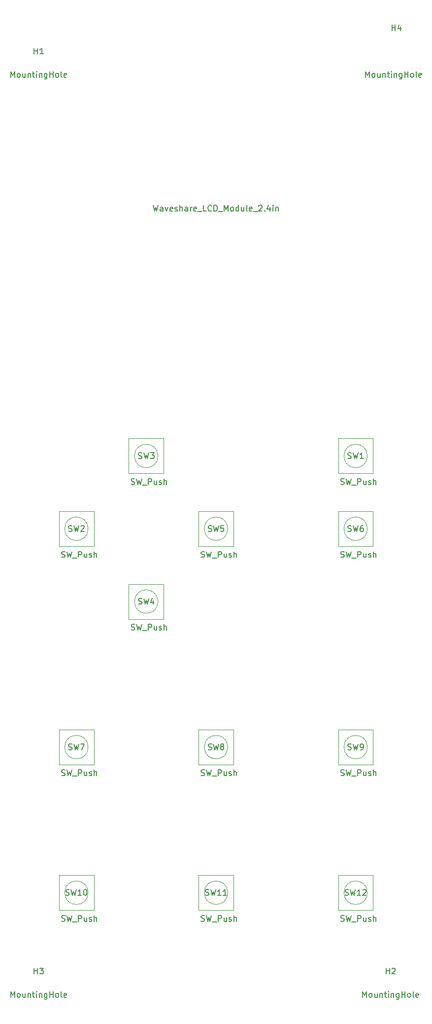
<source format=gbr>
%TF.GenerationSoftware,KiCad,Pcbnew,(6.0.8)*%
%TF.CreationDate,2022-11-02T23:41:58+01:00*%
%TF.ProjectId,crane,6372616e-652e-46b6-9963-61645f706362,rev?*%
%TF.SameCoordinates,Original*%
%TF.FileFunction,AssemblyDrawing,Top*%
%FSLAX46Y46*%
G04 Gerber Fmt 4.6, Leading zero omitted, Abs format (unit mm)*
G04 Created by KiCad (PCBNEW (6.0.8)) date 2022-11-02 23:41:58*
%MOMM*%
%LPD*%
G01*
G04 APERTURE LIST*
%ADD10C,0.150000*%
%ADD11C,0.100000*%
G04 APERTURE END LIST*
D10*
%TO.C,U1*%
X139214285Y-118452380D02*
X139452380Y-119452380D01*
X139642857Y-118738095D01*
X139833333Y-119452380D01*
X140071428Y-118452380D01*
X140880952Y-119452380D02*
X140880952Y-118928571D01*
X140833333Y-118833333D01*
X140738095Y-118785714D01*
X140547619Y-118785714D01*
X140452380Y-118833333D01*
X140880952Y-119404761D02*
X140785714Y-119452380D01*
X140547619Y-119452380D01*
X140452380Y-119404761D01*
X140404761Y-119309523D01*
X140404761Y-119214285D01*
X140452380Y-119119047D01*
X140547619Y-119071428D01*
X140785714Y-119071428D01*
X140880952Y-119023809D01*
X141261904Y-118785714D02*
X141500000Y-119452380D01*
X141738095Y-118785714D01*
X142500000Y-119404761D02*
X142404761Y-119452380D01*
X142214285Y-119452380D01*
X142119047Y-119404761D01*
X142071428Y-119309523D01*
X142071428Y-118928571D01*
X142119047Y-118833333D01*
X142214285Y-118785714D01*
X142404761Y-118785714D01*
X142500000Y-118833333D01*
X142547619Y-118928571D01*
X142547619Y-119023809D01*
X142071428Y-119119047D01*
X142928571Y-119404761D02*
X143023809Y-119452380D01*
X143214285Y-119452380D01*
X143309523Y-119404761D01*
X143357142Y-119309523D01*
X143357142Y-119261904D01*
X143309523Y-119166666D01*
X143214285Y-119119047D01*
X143071428Y-119119047D01*
X142976190Y-119071428D01*
X142928571Y-118976190D01*
X142928571Y-118928571D01*
X142976190Y-118833333D01*
X143071428Y-118785714D01*
X143214285Y-118785714D01*
X143309523Y-118833333D01*
X143785714Y-119452380D02*
X143785714Y-118452380D01*
X144214285Y-119452380D02*
X144214285Y-118928571D01*
X144166666Y-118833333D01*
X144071428Y-118785714D01*
X143928571Y-118785714D01*
X143833333Y-118833333D01*
X143785714Y-118880952D01*
X145119047Y-119452380D02*
X145119047Y-118928571D01*
X145071428Y-118833333D01*
X144976190Y-118785714D01*
X144785714Y-118785714D01*
X144690476Y-118833333D01*
X145119047Y-119404761D02*
X145023809Y-119452380D01*
X144785714Y-119452380D01*
X144690476Y-119404761D01*
X144642857Y-119309523D01*
X144642857Y-119214285D01*
X144690476Y-119119047D01*
X144785714Y-119071428D01*
X145023809Y-119071428D01*
X145119047Y-119023809D01*
X145595238Y-119452380D02*
X145595238Y-118785714D01*
X145595238Y-118976190D02*
X145642857Y-118880952D01*
X145690476Y-118833333D01*
X145785714Y-118785714D01*
X145880952Y-118785714D01*
X146595238Y-119404761D02*
X146500000Y-119452380D01*
X146309523Y-119452380D01*
X146214285Y-119404761D01*
X146166666Y-119309523D01*
X146166666Y-118928571D01*
X146214285Y-118833333D01*
X146309523Y-118785714D01*
X146500000Y-118785714D01*
X146595238Y-118833333D01*
X146642857Y-118928571D01*
X146642857Y-119023809D01*
X146166666Y-119119047D01*
X146833333Y-119547619D02*
X147595238Y-119547619D01*
X148309523Y-119452380D02*
X147833333Y-119452380D01*
X147833333Y-118452380D01*
X149214285Y-119357142D02*
X149166666Y-119404761D01*
X149023809Y-119452380D01*
X148928571Y-119452380D01*
X148785714Y-119404761D01*
X148690476Y-119309523D01*
X148642857Y-119214285D01*
X148595238Y-119023809D01*
X148595238Y-118880952D01*
X148642857Y-118690476D01*
X148690476Y-118595238D01*
X148785714Y-118500000D01*
X148928571Y-118452380D01*
X149023809Y-118452380D01*
X149166666Y-118500000D01*
X149214285Y-118547619D01*
X149642857Y-119452380D02*
X149642857Y-118452380D01*
X149880952Y-118452380D01*
X150023809Y-118500000D01*
X150119047Y-118595238D01*
X150166666Y-118690476D01*
X150214285Y-118880952D01*
X150214285Y-119023809D01*
X150166666Y-119214285D01*
X150119047Y-119309523D01*
X150023809Y-119404761D01*
X149880952Y-119452380D01*
X149642857Y-119452380D01*
X150404761Y-119547619D02*
X151166666Y-119547619D01*
X151404761Y-119452380D02*
X151404761Y-118452380D01*
X151738095Y-119166666D01*
X152071428Y-118452380D01*
X152071428Y-119452380D01*
X152690476Y-119452380D02*
X152595238Y-119404761D01*
X152547619Y-119357142D01*
X152500000Y-119261904D01*
X152500000Y-118976190D01*
X152547619Y-118880952D01*
X152595238Y-118833333D01*
X152690476Y-118785714D01*
X152833333Y-118785714D01*
X152928571Y-118833333D01*
X152976190Y-118880952D01*
X153023809Y-118976190D01*
X153023809Y-119261904D01*
X152976190Y-119357142D01*
X152928571Y-119404761D01*
X152833333Y-119452380D01*
X152690476Y-119452380D01*
X153880952Y-119452380D02*
X153880952Y-118452380D01*
X153880952Y-119404761D02*
X153785714Y-119452380D01*
X153595238Y-119452380D01*
X153500000Y-119404761D01*
X153452380Y-119357142D01*
X153404761Y-119261904D01*
X153404761Y-118976190D01*
X153452380Y-118880952D01*
X153500000Y-118833333D01*
X153595238Y-118785714D01*
X153785714Y-118785714D01*
X153880952Y-118833333D01*
X154785714Y-118785714D02*
X154785714Y-119452380D01*
X154357142Y-118785714D02*
X154357142Y-119309523D01*
X154404761Y-119404761D01*
X154500000Y-119452380D01*
X154642857Y-119452380D01*
X154738095Y-119404761D01*
X154785714Y-119357142D01*
X155404761Y-119452380D02*
X155309523Y-119404761D01*
X155261904Y-119309523D01*
X155261904Y-118452380D01*
X156166666Y-119404761D02*
X156071428Y-119452380D01*
X155880952Y-119452380D01*
X155785714Y-119404761D01*
X155738095Y-119309523D01*
X155738095Y-118928571D01*
X155785714Y-118833333D01*
X155880952Y-118785714D01*
X156071428Y-118785714D01*
X156166666Y-118833333D01*
X156214285Y-118928571D01*
X156214285Y-119023809D01*
X155738095Y-119119047D01*
X156404761Y-119547619D02*
X157166666Y-119547619D01*
X157357142Y-118547619D02*
X157404761Y-118500000D01*
X157500000Y-118452380D01*
X157738095Y-118452380D01*
X157833333Y-118500000D01*
X157880952Y-118547619D01*
X157928571Y-118642857D01*
X157928571Y-118738095D01*
X157880952Y-118880952D01*
X157309523Y-119452380D01*
X157928571Y-119452380D01*
X158357142Y-119357142D02*
X158404761Y-119404761D01*
X158357142Y-119452380D01*
X158309523Y-119404761D01*
X158357142Y-119357142D01*
X158357142Y-119452380D01*
X159261904Y-118785714D02*
X159261904Y-119452380D01*
X159023809Y-118404761D02*
X158785714Y-119119047D01*
X159404761Y-119119047D01*
X159785714Y-119452380D02*
X159785714Y-118785714D01*
X159785714Y-118452380D02*
X159738095Y-118500000D01*
X159785714Y-118547619D01*
X159833333Y-118500000D01*
X159785714Y-118452380D01*
X159785714Y-118547619D01*
X160261904Y-118785714D02*
X160261904Y-119452380D01*
X160261904Y-118880952D02*
X160309523Y-118833333D01*
X160404761Y-118785714D01*
X160547619Y-118785714D01*
X160642857Y-118833333D01*
X160690476Y-118928571D01*
X160690476Y-119452380D01*
%TO.C,SW11*%
X147452380Y-241354761D02*
X147595238Y-241402380D01*
X147833333Y-241402380D01*
X147928571Y-241354761D01*
X147976190Y-241307142D01*
X148023809Y-241211904D01*
X148023809Y-241116666D01*
X147976190Y-241021428D01*
X147928571Y-240973809D01*
X147833333Y-240926190D01*
X147642857Y-240878571D01*
X147547619Y-240830952D01*
X147500000Y-240783333D01*
X147452380Y-240688095D01*
X147452380Y-240592857D01*
X147500000Y-240497619D01*
X147547619Y-240450000D01*
X147642857Y-240402380D01*
X147880952Y-240402380D01*
X148023809Y-240450000D01*
X148357142Y-240402380D02*
X148595238Y-241402380D01*
X148785714Y-240688095D01*
X148976190Y-241402380D01*
X149214285Y-240402380D01*
X149357142Y-241497619D02*
X150119047Y-241497619D01*
X150357142Y-241402380D02*
X150357142Y-240402380D01*
X150738095Y-240402380D01*
X150833333Y-240450000D01*
X150880952Y-240497619D01*
X150928571Y-240592857D01*
X150928571Y-240735714D01*
X150880952Y-240830952D01*
X150833333Y-240878571D01*
X150738095Y-240926190D01*
X150357142Y-240926190D01*
X151785714Y-240735714D02*
X151785714Y-241402380D01*
X151357142Y-240735714D02*
X151357142Y-241259523D01*
X151404761Y-241354761D01*
X151500000Y-241402380D01*
X151642857Y-241402380D01*
X151738095Y-241354761D01*
X151785714Y-241307142D01*
X152214285Y-241354761D02*
X152309523Y-241402380D01*
X152500000Y-241402380D01*
X152595238Y-241354761D01*
X152642857Y-241259523D01*
X152642857Y-241211904D01*
X152595238Y-241116666D01*
X152500000Y-241069047D01*
X152357142Y-241069047D01*
X152261904Y-241021428D01*
X152214285Y-240926190D01*
X152214285Y-240878571D01*
X152261904Y-240783333D01*
X152357142Y-240735714D01*
X152500000Y-240735714D01*
X152595238Y-240783333D01*
X153071428Y-241402380D02*
X153071428Y-240402380D01*
X153500000Y-241402380D02*
X153500000Y-240878571D01*
X153452380Y-240783333D01*
X153357142Y-240735714D01*
X153214285Y-240735714D01*
X153119047Y-240783333D01*
X153071428Y-240830952D01*
X148190476Y-236904761D02*
X148333333Y-236952380D01*
X148571428Y-236952380D01*
X148666666Y-236904761D01*
X148714285Y-236857142D01*
X148761904Y-236761904D01*
X148761904Y-236666666D01*
X148714285Y-236571428D01*
X148666666Y-236523809D01*
X148571428Y-236476190D01*
X148380952Y-236428571D01*
X148285714Y-236380952D01*
X148238095Y-236333333D01*
X148190476Y-236238095D01*
X148190476Y-236142857D01*
X148238095Y-236047619D01*
X148285714Y-236000000D01*
X148380952Y-235952380D01*
X148619047Y-235952380D01*
X148761904Y-236000000D01*
X149095238Y-235952380D02*
X149333333Y-236952380D01*
X149523809Y-236238095D01*
X149714285Y-236952380D01*
X149952380Y-235952380D01*
X150857142Y-236952380D02*
X150285714Y-236952380D01*
X150571428Y-236952380D02*
X150571428Y-235952380D01*
X150476190Y-236095238D01*
X150380952Y-236190476D01*
X150285714Y-236238095D01*
X151809523Y-236952380D02*
X151238095Y-236952380D01*
X151523809Y-236952380D02*
X151523809Y-235952380D01*
X151428571Y-236095238D01*
X151333333Y-236190476D01*
X151238095Y-236238095D01*
%TO.C,SW5*%
X147452380Y-178854761D02*
X147595238Y-178902380D01*
X147833333Y-178902380D01*
X147928571Y-178854761D01*
X147976190Y-178807142D01*
X148023809Y-178711904D01*
X148023809Y-178616666D01*
X147976190Y-178521428D01*
X147928571Y-178473809D01*
X147833333Y-178426190D01*
X147642857Y-178378571D01*
X147547619Y-178330952D01*
X147500000Y-178283333D01*
X147452380Y-178188095D01*
X147452380Y-178092857D01*
X147500000Y-177997619D01*
X147547619Y-177950000D01*
X147642857Y-177902380D01*
X147880952Y-177902380D01*
X148023809Y-177950000D01*
X148357142Y-177902380D02*
X148595238Y-178902380D01*
X148785714Y-178188095D01*
X148976190Y-178902380D01*
X149214285Y-177902380D01*
X149357142Y-178997619D02*
X150119047Y-178997619D01*
X150357142Y-178902380D02*
X150357142Y-177902380D01*
X150738095Y-177902380D01*
X150833333Y-177950000D01*
X150880952Y-177997619D01*
X150928571Y-178092857D01*
X150928571Y-178235714D01*
X150880952Y-178330952D01*
X150833333Y-178378571D01*
X150738095Y-178426190D01*
X150357142Y-178426190D01*
X151785714Y-178235714D02*
X151785714Y-178902380D01*
X151357142Y-178235714D02*
X151357142Y-178759523D01*
X151404761Y-178854761D01*
X151500000Y-178902380D01*
X151642857Y-178902380D01*
X151738095Y-178854761D01*
X151785714Y-178807142D01*
X152214285Y-178854761D02*
X152309523Y-178902380D01*
X152500000Y-178902380D01*
X152595238Y-178854761D01*
X152642857Y-178759523D01*
X152642857Y-178711904D01*
X152595238Y-178616666D01*
X152500000Y-178569047D01*
X152357142Y-178569047D01*
X152261904Y-178521428D01*
X152214285Y-178426190D01*
X152214285Y-178378571D01*
X152261904Y-178283333D01*
X152357142Y-178235714D01*
X152500000Y-178235714D01*
X152595238Y-178283333D01*
X153071428Y-178902380D02*
X153071428Y-177902380D01*
X153500000Y-178902380D02*
X153500000Y-178378571D01*
X153452380Y-178283333D01*
X153357142Y-178235714D01*
X153214285Y-178235714D01*
X153119047Y-178283333D01*
X153071428Y-178330952D01*
X148666666Y-174404761D02*
X148809523Y-174452380D01*
X149047619Y-174452380D01*
X149142857Y-174404761D01*
X149190476Y-174357142D01*
X149238095Y-174261904D01*
X149238095Y-174166666D01*
X149190476Y-174071428D01*
X149142857Y-174023809D01*
X149047619Y-173976190D01*
X148857142Y-173928571D01*
X148761904Y-173880952D01*
X148714285Y-173833333D01*
X148666666Y-173738095D01*
X148666666Y-173642857D01*
X148714285Y-173547619D01*
X148761904Y-173500000D01*
X148857142Y-173452380D01*
X149095238Y-173452380D01*
X149238095Y-173500000D01*
X149571428Y-173452380D02*
X149809523Y-174452380D01*
X150000000Y-173738095D01*
X150190476Y-174452380D01*
X150428571Y-173452380D01*
X151285714Y-173452380D02*
X150809523Y-173452380D01*
X150761904Y-173928571D01*
X150809523Y-173880952D01*
X150904761Y-173833333D01*
X151142857Y-173833333D01*
X151238095Y-173880952D01*
X151285714Y-173928571D01*
X151333333Y-174023809D01*
X151333333Y-174261904D01*
X151285714Y-174357142D01*
X151238095Y-174404761D01*
X151142857Y-174452380D01*
X150904761Y-174452380D01*
X150809523Y-174404761D01*
X150761904Y-174357142D01*
%TO.C,SW8*%
X147452380Y-216354761D02*
X147595238Y-216402380D01*
X147833333Y-216402380D01*
X147928571Y-216354761D01*
X147976190Y-216307142D01*
X148023809Y-216211904D01*
X148023809Y-216116666D01*
X147976190Y-216021428D01*
X147928571Y-215973809D01*
X147833333Y-215926190D01*
X147642857Y-215878571D01*
X147547619Y-215830952D01*
X147500000Y-215783333D01*
X147452380Y-215688095D01*
X147452380Y-215592857D01*
X147500000Y-215497619D01*
X147547619Y-215450000D01*
X147642857Y-215402380D01*
X147880952Y-215402380D01*
X148023809Y-215450000D01*
X148357142Y-215402380D02*
X148595238Y-216402380D01*
X148785714Y-215688095D01*
X148976190Y-216402380D01*
X149214285Y-215402380D01*
X149357142Y-216497619D02*
X150119047Y-216497619D01*
X150357142Y-216402380D02*
X150357142Y-215402380D01*
X150738095Y-215402380D01*
X150833333Y-215450000D01*
X150880952Y-215497619D01*
X150928571Y-215592857D01*
X150928571Y-215735714D01*
X150880952Y-215830952D01*
X150833333Y-215878571D01*
X150738095Y-215926190D01*
X150357142Y-215926190D01*
X151785714Y-215735714D02*
X151785714Y-216402380D01*
X151357142Y-215735714D02*
X151357142Y-216259523D01*
X151404761Y-216354761D01*
X151500000Y-216402380D01*
X151642857Y-216402380D01*
X151738095Y-216354761D01*
X151785714Y-216307142D01*
X152214285Y-216354761D02*
X152309523Y-216402380D01*
X152500000Y-216402380D01*
X152595238Y-216354761D01*
X152642857Y-216259523D01*
X152642857Y-216211904D01*
X152595238Y-216116666D01*
X152500000Y-216069047D01*
X152357142Y-216069047D01*
X152261904Y-216021428D01*
X152214285Y-215926190D01*
X152214285Y-215878571D01*
X152261904Y-215783333D01*
X152357142Y-215735714D01*
X152500000Y-215735714D01*
X152595238Y-215783333D01*
X153071428Y-216402380D02*
X153071428Y-215402380D01*
X153500000Y-216402380D02*
X153500000Y-215878571D01*
X153452380Y-215783333D01*
X153357142Y-215735714D01*
X153214285Y-215735714D01*
X153119047Y-215783333D01*
X153071428Y-215830952D01*
X148666666Y-211904761D02*
X148809523Y-211952380D01*
X149047619Y-211952380D01*
X149142857Y-211904761D01*
X149190476Y-211857142D01*
X149238095Y-211761904D01*
X149238095Y-211666666D01*
X149190476Y-211571428D01*
X149142857Y-211523809D01*
X149047619Y-211476190D01*
X148857142Y-211428571D01*
X148761904Y-211380952D01*
X148714285Y-211333333D01*
X148666666Y-211238095D01*
X148666666Y-211142857D01*
X148714285Y-211047619D01*
X148761904Y-211000000D01*
X148857142Y-210952380D01*
X149095238Y-210952380D01*
X149238095Y-211000000D01*
X149571428Y-210952380D02*
X149809523Y-211952380D01*
X150000000Y-211238095D01*
X150190476Y-211952380D01*
X150428571Y-210952380D01*
X150952380Y-211380952D02*
X150857142Y-211333333D01*
X150809523Y-211285714D01*
X150761904Y-211190476D01*
X150761904Y-211142857D01*
X150809523Y-211047619D01*
X150857142Y-211000000D01*
X150952380Y-210952380D01*
X151142857Y-210952380D01*
X151238095Y-211000000D01*
X151285714Y-211047619D01*
X151333333Y-211142857D01*
X151333333Y-211190476D01*
X151285714Y-211285714D01*
X151238095Y-211333333D01*
X151142857Y-211380952D01*
X150952380Y-211380952D01*
X150857142Y-211428571D01*
X150809523Y-211476190D01*
X150761904Y-211571428D01*
X150761904Y-211761904D01*
X150809523Y-211857142D01*
X150857142Y-211904761D01*
X150952380Y-211952380D01*
X151142857Y-211952380D01*
X151238095Y-211904761D01*
X151285714Y-211857142D01*
X151333333Y-211761904D01*
X151333333Y-211571428D01*
X151285714Y-211476190D01*
X151238095Y-211428571D01*
X151142857Y-211380952D01*
%TO.C,H2*%
X175214285Y-254452380D02*
X175214285Y-253452380D01*
X175547619Y-254166666D01*
X175880952Y-253452380D01*
X175880952Y-254452380D01*
X176500000Y-254452380D02*
X176404761Y-254404761D01*
X176357142Y-254357142D01*
X176309523Y-254261904D01*
X176309523Y-253976190D01*
X176357142Y-253880952D01*
X176404761Y-253833333D01*
X176500000Y-253785714D01*
X176642857Y-253785714D01*
X176738095Y-253833333D01*
X176785714Y-253880952D01*
X176833333Y-253976190D01*
X176833333Y-254261904D01*
X176785714Y-254357142D01*
X176738095Y-254404761D01*
X176642857Y-254452380D01*
X176500000Y-254452380D01*
X177690476Y-253785714D02*
X177690476Y-254452380D01*
X177261904Y-253785714D02*
X177261904Y-254309523D01*
X177309523Y-254404761D01*
X177404761Y-254452380D01*
X177547619Y-254452380D01*
X177642857Y-254404761D01*
X177690476Y-254357142D01*
X178166666Y-253785714D02*
X178166666Y-254452380D01*
X178166666Y-253880952D02*
X178214285Y-253833333D01*
X178309523Y-253785714D01*
X178452380Y-253785714D01*
X178547619Y-253833333D01*
X178595238Y-253928571D01*
X178595238Y-254452380D01*
X178928571Y-253785714D02*
X179309523Y-253785714D01*
X179071428Y-253452380D02*
X179071428Y-254309523D01*
X179119047Y-254404761D01*
X179214285Y-254452380D01*
X179309523Y-254452380D01*
X179642857Y-254452380D02*
X179642857Y-253785714D01*
X179642857Y-253452380D02*
X179595238Y-253500000D01*
X179642857Y-253547619D01*
X179690476Y-253500000D01*
X179642857Y-253452380D01*
X179642857Y-253547619D01*
X180119047Y-253785714D02*
X180119047Y-254452380D01*
X180119047Y-253880952D02*
X180166666Y-253833333D01*
X180261904Y-253785714D01*
X180404761Y-253785714D01*
X180500000Y-253833333D01*
X180547619Y-253928571D01*
X180547619Y-254452380D01*
X181452380Y-253785714D02*
X181452380Y-254595238D01*
X181404761Y-254690476D01*
X181357142Y-254738095D01*
X181261904Y-254785714D01*
X181119047Y-254785714D01*
X181023809Y-254738095D01*
X181452380Y-254404761D02*
X181357142Y-254452380D01*
X181166666Y-254452380D01*
X181071428Y-254404761D01*
X181023809Y-254357142D01*
X180976190Y-254261904D01*
X180976190Y-253976190D01*
X181023809Y-253880952D01*
X181071428Y-253833333D01*
X181166666Y-253785714D01*
X181357142Y-253785714D01*
X181452380Y-253833333D01*
X181928571Y-254452380D02*
X181928571Y-253452380D01*
X181928571Y-253928571D02*
X182500000Y-253928571D01*
X182500000Y-254452380D02*
X182500000Y-253452380D01*
X183119047Y-254452380D02*
X183023809Y-254404761D01*
X182976190Y-254357142D01*
X182928571Y-254261904D01*
X182928571Y-253976190D01*
X182976190Y-253880952D01*
X183023809Y-253833333D01*
X183119047Y-253785714D01*
X183261904Y-253785714D01*
X183357142Y-253833333D01*
X183404761Y-253880952D01*
X183452380Y-253976190D01*
X183452380Y-254261904D01*
X183404761Y-254357142D01*
X183357142Y-254404761D01*
X183261904Y-254452380D01*
X183119047Y-254452380D01*
X184023809Y-254452380D02*
X183928571Y-254404761D01*
X183880952Y-254309523D01*
X183880952Y-253452380D01*
X184785714Y-254404761D02*
X184690476Y-254452380D01*
X184500000Y-254452380D01*
X184404761Y-254404761D01*
X184357142Y-254309523D01*
X184357142Y-253928571D01*
X184404761Y-253833333D01*
X184500000Y-253785714D01*
X184690476Y-253785714D01*
X184785714Y-253833333D01*
X184833333Y-253928571D01*
X184833333Y-254023809D01*
X184357142Y-254119047D01*
X179238095Y-250452380D02*
X179238095Y-249452380D01*
X179238095Y-249928571D02*
X179809523Y-249928571D01*
X179809523Y-250452380D02*
X179809523Y-249452380D01*
X180238095Y-249547619D02*
X180285714Y-249500000D01*
X180380952Y-249452380D01*
X180619047Y-249452380D01*
X180714285Y-249500000D01*
X180761904Y-249547619D01*
X180809523Y-249642857D01*
X180809523Y-249738095D01*
X180761904Y-249880952D01*
X180190476Y-250452380D01*
X180809523Y-250452380D01*
%TO.C,SW10*%
X123452380Y-241354761D02*
X123595238Y-241402380D01*
X123833333Y-241402380D01*
X123928571Y-241354761D01*
X123976190Y-241307142D01*
X124023809Y-241211904D01*
X124023809Y-241116666D01*
X123976190Y-241021428D01*
X123928571Y-240973809D01*
X123833333Y-240926190D01*
X123642857Y-240878571D01*
X123547619Y-240830952D01*
X123500000Y-240783333D01*
X123452380Y-240688095D01*
X123452380Y-240592857D01*
X123500000Y-240497619D01*
X123547619Y-240450000D01*
X123642857Y-240402380D01*
X123880952Y-240402380D01*
X124023809Y-240450000D01*
X124357142Y-240402380D02*
X124595238Y-241402380D01*
X124785714Y-240688095D01*
X124976190Y-241402380D01*
X125214285Y-240402380D01*
X125357142Y-241497619D02*
X126119047Y-241497619D01*
X126357142Y-241402380D02*
X126357142Y-240402380D01*
X126738095Y-240402380D01*
X126833333Y-240450000D01*
X126880952Y-240497619D01*
X126928571Y-240592857D01*
X126928571Y-240735714D01*
X126880952Y-240830952D01*
X126833333Y-240878571D01*
X126738095Y-240926190D01*
X126357142Y-240926190D01*
X127785714Y-240735714D02*
X127785714Y-241402380D01*
X127357142Y-240735714D02*
X127357142Y-241259523D01*
X127404761Y-241354761D01*
X127500000Y-241402380D01*
X127642857Y-241402380D01*
X127738095Y-241354761D01*
X127785714Y-241307142D01*
X128214285Y-241354761D02*
X128309523Y-241402380D01*
X128500000Y-241402380D01*
X128595238Y-241354761D01*
X128642857Y-241259523D01*
X128642857Y-241211904D01*
X128595238Y-241116666D01*
X128500000Y-241069047D01*
X128357142Y-241069047D01*
X128261904Y-241021428D01*
X128214285Y-240926190D01*
X128214285Y-240878571D01*
X128261904Y-240783333D01*
X128357142Y-240735714D01*
X128500000Y-240735714D01*
X128595238Y-240783333D01*
X129071428Y-241402380D02*
X129071428Y-240402380D01*
X129500000Y-241402380D02*
X129500000Y-240878571D01*
X129452380Y-240783333D01*
X129357142Y-240735714D01*
X129214285Y-240735714D01*
X129119047Y-240783333D01*
X129071428Y-240830952D01*
X124190476Y-236904761D02*
X124333333Y-236952380D01*
X124571428Y-236952380D01*
X124666666Y-236904761D01*
X124714285Y-236857142D01*
X124761904Y-236761904D01*
X124761904Y-236666666D01*
X124714285Y-236571428D01*
X124666666Y-236523809D01*
X124571428Y-236476190D01*
X124380952Y-236428571D01*
X124285714Y-236380952D01*
X124238095Y-236333333D01*
X124190476Y-236238095D01*
X124190476Y-236142857D01*
X124238095Y-236047619D01*
X124285714Y-236000000D01*
X124380952Y-235952380D01*
X124619047Y-235952380D01*
X124761904Y-236000000D01*
X125095238Y-235952380D02*
X125333333Y-236952380D01*
X125523809Y-236238095D01*
X125714285Y-236952380D01*
X125952380Y-235952380D01*
X126857142Y-236952380D02*
X126285714Y-236952380D01*
X126571428Y-236952380D02*
X126571428Y-235952380D01*
X126476190Y-236095238D01*
X126380952Y-236190476D01*
X126285714Y-236238095D01*
X127476190Y-235952380D02*
X127571428Y-235952380D01*
X127666666Y-236000000D01*
X127714285Y-236047619D01*
X127761904Y-236142857D01*
X127809523Y-236333333D01*
X127809523Y-236571428D01*
X127761904Y-236761904D01*
X127714285Y-236857142D01*
X127666666Y-236904761D01*
X127571428Y-236952380D01*
X127476190Y-236952380D01*
X127380952Y-236904761D01*
X127333333Y-236857142D01*
X127285714Y-236761904D01*
X127238095Y-236571428D01*
X127238095Y-236333333D01*
X127285714Y-236142857D01*
X127333333Y-236047619D01*
X127380952Y-236000000D01*
X127476190Y-235952380D01*
%TO.C,H3*%
X114714285Y-254452380D02*
X114714285Y-253452380D01*
X115047619Y-254166666D01*
X115380952Y-253452380D01*
X115380952Y-254452380D01*
X116000000Y-254452380D02*
X115904761Y-254404761D01*
X115857142Y-254357142D01*
X115809523Y-254261904D01*
X115809523Y-253976190D01*
X115857142Y-253880952D01*
X115904761Y-253833333D01*
X116000000Y-253785714D01*
X116142857Y-253785714D01*
X116238095Y-253833333D01*
X116285714Y-253880952D01*
X116333333Y-253976190D01*
X116333333Y-254261904D01*
X116285714Y-254357142D01*
X116238095Y-254404761D01*
X116142857Y-254452380D01*
X116000000Y-254452380D01*
X117190476Y-253785714D02*
X117190476Y-254452380D01*
X116761904Y-253785714D02*
X116761904Y-254309523D01*
X116809523Y-254404761D01*
X116904761Y-254452380D01*
X117047619Y-254452380D01*
X117142857Y-254404761D01*
X117190476Y-254357142D01*
X117666666Y-253785714D02*
X117666666Y-254452380D01*
X117666666Y-253880952D02*
X117714285Y-253833333D01*
X117809523Y-253785714D01*
X117952380Y-253785714D01*
X118047619Y-253833333D01*
X118095238Y-253928571D01*
X118095238Y-254452380D01*
X118428571Y-253785714D02*
X118809523Y-253785714D01*
X118571428Y-253452380D02*
X118571428Y-254309523D01*
X118619047Y-254404761D01*
X118714285Y-254452380D01*
X118809523Y-254452380D01*
X119142857Y-254452380D02*
X119142857Y-253785714D01*
X119142857Y-253452380D02*
X119095238Y-253500000D01*
X119142857Y-253547619D01*
X119190476Y-253500000D01*
X119142857Y-253452380D01*
X119142857Y-253547619D01*
X119619047Y-253785714D02*
X119619047Y-254452380D01*
X119619047Y-253880952D02*
X119666666Y-253833333D01*
X119761904Y-253785714D01*
X119904761Y-253785714D01*
X120000000Y-253833333D01*
X120047619Y-253928571D01*
X120047619Y-254452380D01*
X120952380Y-253785714D02*
X120952380Y-254595238D01*
X120904761Y-254690476D01*
X120857142Y-254738095D01*
X120761904Y-254785714D01*
X120619047Y-254785714D01*
X120523809Y-254738095D01*
X120952380Y-254404761D02*
X120857142Y-254452380D01*
X120666666Y-254452380D01*
X120571428Y-254404761D01*
X120523809Y-254357142D01*
X120476190Y-254261904D01*
X120476190Y-253976190D01*
X120523809Y-253880952D01*
X120571428Y-253833333D01*
X120666666Y-253785714D01*
X120857142Y-253785714D01*
X120952380Y-253833333D01*
X121428571Y-254452380D02*
X121428571Y-253452380D01*
X121428571Y-253928571D02*
X122000000Y-253928571D01*
X122000000Y-254452380D02*
X122000000Y-253452380D01*
X122619047Y-254452380D02*
X122523809Y-254404761D01*
X122476190Y-254357142D01*
X122428571Y-254261904D01*
X122428571Y-253976190D01*
X122476190Y-253880952D01*
X122523809Y-253833333D01*
X122619047Y-253785714D01*
X122761904Y-253785714D01*
X122857142Y-253833333D01*
X122904761Y-253880952D01*
X122952380Y-253976190D01*
X122952380Y-254261904D01*
X122904761Y-254357142D01*
X122857142Y-254404761D01*
X122761904Y-254452380D01*
X122619047Y-254452380D01*
X123523809Y-254452380D02*
X123428571Y-254404761D01*
X123380952Y-254309523D01*
X123380952Y-253452380D01*
X124285714Y-254404761D02*
X124190476Y-254452380D01*
X124000000Y-254452380D01*
X123904761Y-254404761D01*
X123857142Y-254309523D01*
X123857142Y-253928571D01*
X123904761Y-253833333D01*
X124000000Y-253785714D01*
X124190476Y-253785714D01*
X124285714Y-253833333D01*
X124333333Y-253928571D01*
X124333333Y-254023809D01*
X123857142Y-254119047D01*
X118738095Y-250452380D02*
X118738095Y-249452380D01*
X118738095Y-249928571D02*
X119309523Y-249928571D01*
X119309523Y-250452380D02*
X119309523Y-249452380D01*
X119690476Y-249452380D02*
X120309523Y-249452380D01*
X119976190Y-249833333D01*
X120119047Y-249833333D01*
X120214285Y-249880952D01*
X120261904Y-249928571D01*
X120309523Y-250023809D01*
X120309523Y-250261904D01*
X120261904Y-250357142D01*
X120214285Y-250404761D01*
X120119047Y-250452380D01*
X119833333Y-250452380D01*
X119738095Y-250404761D01*
X119690476Y-250357142D01*
%TO.C,SW12*%
X171452380Y-241354761D02*
X171595238Y-241402380D01*
X171833333Y-241402380D01*
X171928571Y-241354761D01*
X171976190Y-241307142D01*
X172023809Y-241211904D01*
X172023809Y-241116666D01*
X171976190Y-241021428D01*
X171928571Y-240973809D01*
X171833333Y-240926190D01*
X171642857Y-240878571D01*
X171547619Y-240830952D01*
X171500000Y-240783333D01*
X171452380Y-240688095D01*
X171452380Y-240592857D01*
X171500000Y-240497619D01*
X171547619Y-240450000D01*
X171642857Y-240402380D01*
X171880952Y-240402380D01*
X172023809Y-240450000D01*
X172357142Y-240402380D02*
X172595238Y-241402380D01*
X172785714Y-240688095D01*
X172976190Y-241402380D01*
X173214285Y-240402380D01*
X173357142Y-241497619D02*
X174119047Y-241497619D01*
X174357142Y-241402380D02*
X174357142Y-240402380D01*
X174738095Y-240402380D01*
X174833333Y-240450000D01*
X174880952Y-240497619D01*
X174928571Y-240592857D01*
X174928571Y-240735714D01*
X174880952Y-240830952D01*
X174833333Y-240878571D01*
X174738095Y-240926190D01*
X174357142Y-240926190D01*
X175785714Y-240735714D02*
X175785714Y-241402380D01*
X175357142Y-240735714D02*
X175357142Y-241259523D01*
X175404761Y-241354761D01*
X175500000Y-241402380D01*
X175642857Y-241402380D01*
X175738095Y-241354761D01*
X175785714Y-241307142D01*
X176214285Y-241354761D02*
X176309523Y-241402380D01*
X176500000Y-241402380D01*
X176595238Y-241354761D01*
X176642857Y-241259523D01*
X176642857Y-241211904D01*
X176595238Y-241116666D01*
X176500000Y-241069047D01*
X176357142Y-241069047D01*
X176261904Y-241021428D01*
X176214285Y-240926190D01*
X176214285Y-240878571D01*
X176261904Y-240783333D01*
X176357142Y-240735714D01*
X176500000Y-240735714D01*
X176595238Y-240783333D01*
X177071428Y-241402380D02*
X177071428Y-240402380D01*
X177500000Y-241402380D02*
X177500000Y-240878571D01*
X177452380Y-240783333D01*
X177357142Y-240735714D01*
X177214285Y-240735714D01*
X177119047Y-240783333D01*
X177071428Y-240830952D01*
X172190476Y-236904761D02*
X172333333Y-236952380D01*
X172571428Y-236952380D01*
X172666666Y-236904761D01*
X172714285Y-236857142D01*
X172761904Y-236761904D01*
X172761904Y-236666666D01*
X172714285Y-236571428D01*
X172666666Y-236523809D01*
X172571428Y-236476190D01*
X172380952Y-236428571D01*
X172285714Y-236380952D01*
X172238095Y-236333333D01*
X172190476Y-236238095D01*
X172190476Y-236142857D01*
X172238095Y-236047619D01*
X172285714Y-236000000D01*
X172380952Y-235952380D01*
X172619047Y-235952380D01*
X172761904Y-236000000D01*
X173095238Y-235952380D02*
X173333333Y-236952380D01*
X173523809Y-236238095D01*
X173714285Y-236952380D01*
X173952380Y-235952380D01*
X174857142Y-236952380D02*
X174285714Y-236952380D01*
X174571428Y-236952380D02*
X174571428Y-235952380D01*
X174476190Y-236095238D01*
X174380952Y-236190476D01*
X174285714Y-236238095D01*
X175238095Y-236047619D02*
X175285714Y-236000000D01*
X175380952Y-235952380D01*
X175619047Y-235952380D01*
X175714285Y-236000000D01*
X175761904Y-236047619D01*
X175809523Y-236142857D01*
X175809523Y-236238095D01*
X175761904Y-236380952D01*
X175190476Y-236952380D01*
X175809523Y-236952380D01*
%TO.C,SW1*%
X171452380Y-166354761D02*
X171595238Y-166402380D01*
X171833333Y-166402380D01*
X171928571Y-166354761D01*
X171976190Y-166307142D01*
X172023809Y-166211904D01*
X172023809Y-166116666D01*
X171976190Y-166021428D01*
X171928571Y-165973809D01*
X171833333Y-165926190D01*
X171642857Y-165878571D01*
X171547619Y-165830952D01*
X171500000Y-165783333D01*
X171452380Y-165688095D01*
X171452380Y-165592857D01*
X171500000Y-165497619D01*
X171547619Y-165450000D01*
X171642857Y-165402380D01*
X171880952Y-165402380D01*
X172023809Y-165450000D01*
X172357142Y-165402380D02*
X172595238Y-166402380D01*
X172785714Y-165688095D01*
X172976190Y-166402380D01*
X173214285Y-165402380D01*
X173357142Y-166497619D02*
X174119047Y-166497619D01*
X174357142Y-166402380D02*
X174357142Y-165402380D01*
X174738095Y-165402380D01*
X174833333Y-165450000D01*
X174880952Y-165497619D01*
X174928571Y-165592857D01*
X174928571Y-165735714D01*
X174880952Y-165830952D01*
X174833333Y-165878571D01*
X174738095Y-165926190D01*
X174357142Y-165926190D01*
X175785714Y-165735714D02*
X175785714Y-166402380D01*
X175357142Y-165735714D02*
X175357142Y-166259523D01*
X175404761Y-166354761D01*
X175500000Y-166402380D01*
X175642857Y-166402380D01*
X175738095Y-166354761D01*
X175785714Y-166307142D01*
X176214285Y-166354761D02*
X176309523Y-166402380D01*
X176500000Y-166402380D01*
X176595238Y-166354761D01*
X176642857Y-166259523D01*
X176642857Y-166211904D01*
X176595238Y-166116666D01*
X176500000Y-166069047D01*
X176357142Y-166069047D01*
X176261904Y-166021428D01*
X176214285Y-165926190D01*
X176214285Y-165878571D01*
X176261904Y-165783333D01*
X176357142Y-165735714D01*
X176500000Y-165735714D01*
X176595238Y-165783333D01*
X177071428Y-166402380D02*
X177071428Y-165402380D01*
X177500000Y-166402380D02*
X177500000Y-165878571D01*
X177452380Y-165783333D01*
X177357142Y-165735714D01*
X177214285Y-165735714D01*
X177119047Y-165783333D01*
X177071428Y-165830952D01*
X172666666Y-161904761D02*
X172809523Y-161952380D01*
X173047619Y-161952380D01*
X173142857Y-161904761D01*
X173190476Y-161857142D01*
X173238095Y-161761904D01*
X173238095Y-161666666D01*
X173190476Y-161571428D01*
X173142857Y-161523809D01*
X173047619Y-161476190D01*
X172857142Y-161428571D01*
X172761904Y-161380952D01*
X172714285Y-161333333D01*
X172666666Y-161238095D01*
X172666666Y-161142857D01*
X172714285Y-161047619D01*
X172761904Y-161000000D01*
X172857142Y-160952380D01*
X173095238Y-160952380D01*
X173238095Y-161000000D01*
X173571428Y-160952380D02*
X173809523Y-161952380D01*
X174000000Y-161238095D01*
X174190476Y-161952380D01*
X174428571Y-160952380D01*
X175333333Y-161952380D02*
X174761904Y-161952380D01*
X175047619Y-161952380D02*
X175047619Y-160952380D01*
X174952380Y-161095238D01*
X174857142Y-161190476D01*
X174761904Y-161238095D01*
%TO.C,H4*%
X175714285Y-96452380D02*
X175714285Y-95452380D01*
X176047619Y-96166666D01*
X176380952Y-95452380D01*
X176380952Y-96452380D01*
X177000000Y-96452380D02*
X176904761Y-96404761D01*
X176857142Y-96357142D01*
X176809523Y-96261904D01*
X176809523Y-95976190D01*
X176857142Y-95880952D01*
X176904761Y-95833333D01*
X177000000Y-95785714D01*
X177142857Y-95785714D01*
X177238095Y-95833333D01*
X177285714Y-95880952D01*
X177333333Y-95976190D01*
X177333333Y-96261904D01*
X177285714Y-96357142D01*
X177238095Y-96404761D01*
X177142857Y-96452380D01*
X177000000Y-96452380D01*
X178190476Y-95785714D02*
X178190476Y-96452380D01*
X177761904Y-95785714D02*
X177761904Y-96309523D01*
X177809523Y-96404761D01*
X177904761Y-96452380D01*
X178047619Y-96452380D01*
X178142857Y-96404761D01*
X178190476Y-96357142D01*
X178666666Y-95785714D02*
X178666666Y-96452380D01*
X178666666Y-95880952D02*
X178714285Y-95833333D01*
X178809523Y-95785714D01*
X178952380Y-95785714D01*
X179047619Y-95833333D01*
X179095238Y-95928571D01*
X179095238Y-96452380D01*
X179428571Y-95785714D02*
X179809523Y-95785714D01*
X179571428Y-95452380D02*
X179571428Y-96309523D01*
X179619047Y-96404761D01*
X179714285Y-96452380D01*
X179809523Y-96452380D01*
X180142857Y-96452380D02*
X180142857Y-95785714D01*
X180142857Y-95452380D02*
X180095238Y-95500000D01*
X180142857Y-95547619D01*
X180190476Y-95500000D01*
X180142857Y-95452380D01*
X180142857Y-95547619D01*
X180619047Y-95785714D02*
X180619047Y-96452380D01*
X180619047Y-95880952D02*
X180666666Y-95833333D01*
X180761904Y-95785714D01*
X180904761Y-95785714D01*
X181000000Y-95833333D01*
X181047619Y-95928571D01*
X181047619Y-96452380D01*
X181952380Y-95785714D02*
X181952380Y-96595238D01*
X181904761Y-96690476D01*
X181857142Y-96738095D01*
X181761904Y-96785714D01*
X181619047Y-96785714D01*
X181523809Y-96738095D01*
X181952380Y-96404761D02*
X181857142Y-96452380D01*
X181666666Y-96452380D01*
X181571428Y-96404761D01*
X181523809Y-96357142D01*
X181476190Y-96261904D01*
X181476190Y-95976190D01*
X181523809Y-95880952D01*
X181571428Y-95833333D01*
X181666666Y-95785714D01*
X181857142Y-95785714D01*
X181952380Y-95833333D01*
X182428571Y-96452380D02*
X182428571Y-95452380D01*
X182428571Y-95928571D02*
X183000000Y-95928571D01*
X183000000Y-96452380D02*
X183000000Y-95452380D01*
X183619047Y-96452380D02*
X183523809Y-96404761D01*
X183476190Y-96357142D01*
X183428571Y-96261904D01*
X183428571Y-95976190D01*
X183476190Y-95880952D01*
X183523809Y-95833333D01*
X183619047Y-95785714D01*
X183761904Y-95785714D01*
X183857142Y-95833333D01*
X183904761Y-95880952D01*
X183952380Y-95976190D01*
X183952380Y-96261904D01*
X183904761Y-96357142D01*
X183857142Y-96404761D01*
X183761904Y-96452380D01*
X183619047Y-96452380D01*
X184523809Y-96452380D02*
X184428571Y-96404761D01*
X184380952Y-96309523D01*
X184380952Y-95452380D01*
X185285714Y-96404761D02*
X185190476Y-96452380D01*
X185000000Y-96452380D01*
X184904761Y-96404761D01*
X184857142Y-96309523D01*
X184857142Y-95928571D01*
X184904761Y-95833333D01*
X185000000Y-95785714D01*
X185190476Y-95785714D01*
X185285714Y-95833333D01*
X185333333Y-95928571D01*
X185333333Y-96023809D01*
X184857142Y-96119047D01*
X180238095Y-88452380D02*
X180238095Y-87452380D01*
X180238095Y-87928571D02*
X180809523Y-87928571D01*
X180809523Y-88452380D02*
X180809523Y-87452380D01*
X181714285Y-87785714D02*
X181714285Y-88452380D01*
X181476190Y-87404761D02*
X181238095Y-88119047D01*
X181857142Y-88119047D01*
%TO.C,SW3*%
X135452380Y-166354761D02*
X135595238Y-166402380D01*
X135833333Y-166402380D01*
X135928571Y-166354761D01*
X135976190Y-166307142D01*
X136023809Y-166211904D01*
X136023809Y-166116666D01*
X135976190Y-166021428D01*
X135928571Y-165973809D01*
X135833333Y-165926190D01*
X135642857Y-165878571D01*
X135547619Y-165830952D01*
X135500000Y-165783333D01*
X135452380Y-165688095D01*
X135452380Y-165592857D01*
X135500000Y-165497619D01*
X135547619Y-165450000D01*
X135642857Y-165402380D01*
X135880952Y-165402380D01*
X136023809Y-165450000D01*
X136357142Y-165402380D02*
X136595238Y-166402380D01*
X136785714Y-165688095D01*
X136976190Y-166402380D01*
X137214285Y-165402380D01*
X137357142Y-166497619D02*
X138119047Y-166497619D01*
X138357142Y-166402380D02*
X138357142Y-165402380D01*
X138738095Y-165402380D01*
X138833333Y-165450000D01*
X138880952Y-165497619D01*
X138928571Y-165592857D01*
X138928571Y-165735714D01*
X138880952Y-165830952D01*
X138833333Y-165878571D01*
X138738095Y-165926190D01*
X138357142Y-165926190D01*
X139785714Y-165735714D02*
X139785714Y-166402380D01*
X139357142Y-165735714D02*
X139357142Y-166259523D01*
X139404761Y-166354761D01*
X139500000Y-166402380D01*
X139642857Y-166402380D01*
X139738095Y-166354761D01*
X139785714Y-166307142D01*
X140214285Y-166354761D02*
X140309523Y-166402380D01*
X140500000Y-166402380D01*
X140595238Y-166354761D01*
X140642857Y-166259523D01*
X140642857Y-166211904D01*
X140595238Y-166116666D01*
X140500000Y-166069047D01*
X140357142Y-166069047D01*
X140261904Y-166021428D01*
X140214285Y-165926190D01*
X140214285Y-165878571D01*
X140261904Y-165783333D01*
X140357142Y-165735714D01*
X140500000Y-165735714D01*
X140595238Y-165783333D01*
X141071428Y-166402380D02*
X141071428Y-165402380D01*
X141500000Y-166402380D02*
X141500000Y-165878571D01*
X141452380Y-165783333D01*
X141357142Y-165735714D01*
X141214285Y-165735714D01*
X141119047Y-165783333D01*
X141071428Y-165830952D01*
X136666666Y-161904761D02*
X136809523Y-161952380D01*
X137047619Y-161952380D01*
X137142857Y-161904761D01*
X137190476Y-161857142D01*
X137238095Y-161761904D01*
X137238095Y-161666666D01*
X137190476Y-161571428D01*
X137142857Y-161523809D01*
X137047619Y-161476190D01*
X136857142Y-161428571D01*
X136761904Y-161380952D01*
X136714285Y-161333333D01*
X136666666Y-161238095D01*
X136666666Y-161142857D01*
X136714285Y-161047619D01*
X136761904Y-161000000D01*
X136857142Y-160952380D01*
X137095238Y-160952380D01*
X137238095Y-161000000D01*
X137571428Y-160952380D02*
X137809523Y-161952380D01*
X138000000Y-161238095D01*
X138190476Y-161952380D01*
X138428571Y-160952380D01*
X138714285Y-160952380D02*
X139333333Y-160952380D01*
X139000000Y-161333333D01*
X139142857Y-161333333D01*
X139238095Y-161380952D01*
X139285714Y-161428571D01*
X139333333Y-161523809D01*
X139333333Y-161761904D01*
X139285714Y-161857142D01*
X139238095Y-161904761D01*
X139142857Y-161952380D01*
X138857142Y-161952380D01*
X138761904Y-161904761D01*
X138714285Y-161857142D01*
%TO.C,SW9*%
X171452380Y-216354761D02*
X171595238Y-216402380D01*
X171833333Y-216402380D01*
X171928571Y-216354761D01*
X171976190Y-216307142D01*
X172023809Y-216211904D01*
X172023809Y-216116666D01*
X171976190Y-216021428D01*
X171928571Y-215973809D01*
X171833333Y-215926190D01*
X171642857Y-215878571D01*
X171547619Y-215830952D01*
X171500000Y-215783333D01*
X171452380Y-215688095D01*
X171452380Y-215592857D01*
X171500000Y-215497619D01*
X171547619Y-215450000D01*
X171642857Y-215402380D01*
X171880952Y-215402380D01*
X172023809Y-215450000D01*
X172357142Y-215402380D02*
X172595238Y-216402380D01*
X172785714Y-215688095D01*
X172976190Y-216402380D01*
X173214285Y-215402380D01*
X173357142Y-216497619D02*
X174119047Y-216497619D01*
X174357142Y-216402380D02*
X174357142Y-215402380D01*
X174738095Y-215402380D01*
X174833333Y-215450000D01*
X174880952Y-215497619D01*
X174928571Y-215592857D01*
X174928571Y-215735714D01*
X174880952Y-215830952D01*
X174833333Y-215878571D01*
X174738095Y-215926190D01*
X174357142Y-215926190D01*
X175785714Y-215735714D02*
X175785714Y-216402380D01*
X175357142Y-215735714D02*
X175357142Y-216259523D01*
X175404761Y-216354761D01*
X175500000Y-216402380D01*
X175642857Y-216402380D01*
X175738095Y-216354761D01*
X175785714Y-216307142D01*
X176214285Y-216354761D02*
X176309523Y-216402380D01*
X176500000Y-216402380D01*
X176595238Y-216354761D01*
X176642857Y-216259523D01*
X176642857Y-216211904D01*
X176595238Y-216116666D01*
X176500000Y-216069047D01*
X176357142Y-216069047D01*
X176261904Y-216021428D01*
X176214285Y-215926190D01*
X176214285Y-215878571D01*
X176261904Y-215783333D01*
X176357142Y-215735714D01*
X176500000Y-215735714D01*
X176595238Y-215783333D01*
X177071428Y-216402380D02*
X177071428Y-215402380D01*
X177500000Y-216402380D02*
X177500000Y-215878571D01*
X177452380Y-215783333D01*
X177357142Y-215735714D01*
X177214285Y-215735714D01*
X177119047Y-215783333D01*
X177071428Y-215830952D01*
X172666666Y-211904761D02*
X172809523Y-211952380D01*
X173047619Y-211952380D01*
X173142857Y-211904761D01*
X173190476Y-211857142D01*
X173238095Y-211761904D01*
X173238095Y-211666666D01*
X173190476Y-211571428D01*
X173142857Y-211523809D01*
X173047619Y-211476190D01*
X172857142Y-211428571D01*
X172761904Y-211380952D01*
X172714285Y-211333333D01*
X172666666Y-211238095D01*
X172666666Y-211142857D01*
X172714285Y-211047619D01*
X172761904Y-211000000D01*
X172857142Y-210952380D01*
X173095238Y-210952380D01*
X173238095Y-211000000D01*
X173571428Y-210952380D02*
X173809523Y-211952380D01*
X174000000Y-211238095D01*
X174190476Y-211952380D01*
X174428571Y-210952380D01*
X174857142Y-211952380D02*
X175047619Y-211952380D01*
X175142857Y-211904761D01*
X175190476Y-211857142D01*
X175285714Y-211714285D01*
X175333333Y-211523809D01*
X175333333Y-211142857D01*
X175285714Y-211047619D01*
X175238095Y-211000000D01*
X175142857Y-210952380D01*
X174952380Y-210952380D01*
X174857142Y-211000000D01*
X174809523Y-211047619D01*
X174761904Y-211142857D01*
X174761904Y-211380952D01*
X174809523Y-211476190D01*
X174857142Y-211523809D01*
X174952380Y-211571428D01*
X175142857Y-211571428D01*
X175238095Y-211523809D01*
X175285714Y-211476190D01*
X175333333Y-211380952D01*
%TO.C,SW2*%
X123452380Y-178854761D02*
X123595238Y-178902380D01*
X123833333Y-178902380D01*
X123928571Y-178854761D01*
X123976190Y-178807142D01*
X124023809Y-178711904D01*
X124023809Y-178616666D01*
X123976190Y-178521428D01*
X123928571Y-178473809D01*
X123833333Y-178426190D01*
X123642857Y-178378571D01*
X123547619Y-178330952D01*
X123500000Y-178283333D01*
X123452380Y-178188095D01*
X123452380Y-178092857D01*
X123500000Y-177997619D01*
X123547619Y-177950000D01*
X123642857Y-177902380D01*
X123880952Y-177902380D01*
X124023809Y-177950000D01*
X124357142Y-177902380D02*
X124595238Y-178902380D01*
X124785714Y-178188095D01*
X124976190Y-178902380D01*
X125214285Y-177902380D01*
X125357142Y-178997619D02*
X126119047Y-178997619D01*
X126357142Y-178902380D02*
X126357142Y-177902380D01*
X126738095Y-177902380D01*
X126833333Y-177950000D01*
X126880952Y-177997619D01*
X126928571Y-178092857D01*
X126928571Y-178235714D01*
X126880952Y-178330952D01*
X126833333Y-178378571D01*
X126738095Y-178426190D01*
X126357142Y-178426190D01*
X127785714Y-178235714D02*
X127785714Y-178902380D01*
X127357142Y-178235714D02*
X127357142Y-178759523D01*
X127404761Y-178854761D01*
X127500000Y-178902380D01*
X127642857Y-178902380D01*
X127738095Y-178854761D01*
X127785714Y-178807142D01*
X128214285Y-178854761D02*
X128309523Y-178902380D01*
X128500000Y-178902380D01*
X128595238Y-178854761D01*
X128642857Y-178759523D01*
X128642857Y-178711904D01*
X128595238Y-178616666D01*
X128500000Y-178569047D01*
X128357142Y-178569047D01*
X128261904Y-178521428D01*
X128214285Y-178426190D01*
X128214285Y-178378571D01*
X128261904Y-178283333D01*
X128357142Y-178235714D01*
X128500000Y-178235714D01*
X128595238Y-178283333D01*
X129071428Y-178902380D02*
X129071428Y-177902380D01*
X129500000Y-178902380D02*
X129500000Y-178378571D01*
X129452380Y-178283333D01*
X129357142Y-178235714D01*
X129214285Y-178235714D01*
X129119047Y-178283333D01*
X129071428Y-178330952D01*
X124666666Y-174404761D02*
X124809523Y-174452380D01*
X125047619Y-174452380D01*
X125142857Y-174404761D01*
X125190476Y-174357142D01*
X125238095Y-174261904D01*
X125238095Y-174166666D01*
X125190476Y-174071428D01*
X125142857Y-174023809D01*
X125047619Y-173976190D01*
X124857142Y-173928571D01*
X124761904Y-173880952D01*
X124714285Y-173833333D01*
X124666666Y-173738095D01*
X124666666Y-173642857D01*
X124714285Y-173547619D01*
X124761904Y-173500000D01*
X124857142Y-173452380D01*
X125095238Y-173452380D01*
X125238095Y-173500000D01*
X125571428Y-173452380D02*
X125809523Y-174452380D01*
X126000000Y-173738095D01*
X126190476Y-174452380D01*
X126428571Y-173452380D01*
X126761904Y-173547619D02*
X126809523Y-173500000D01*
X126904761Y-173452380D01*
X127142857Y-173452380D01*
X127238095Y-173500000D01*
X127285714Y-173547619D01*
X127333333Y-173642857D01*
X127333333Y-173738095D01*
X127285714Y-173880952D01*
X126714285Y-174452380D01*
X127333333Y-174452380D01*
%TO.C,SW7*%
X123452380Y-216354761D02*
X123595238Y-216402380D01*
X123833333Y-216402380D01*
X123928571Y-216354761D01*
X123976190Y-216307142D01*
X124023809Y-216211904D01*
X124023809Y-216116666D01*
X123976190Y-216021428D01*
X123928571Y-215973809D01*
X123833333Y-215926190D01*
X123642857Y-215878571D01*
X123547619Y-215830952D01*
X123500000Y-215783333D01*
X123452380Y-215688095D01*
X123452380Y-215592857D01*
X123500000Y-215497619D01*
X123547619Y-215450000D01*
X123642857Y-215402380D01*
X123880952Y-215402380D01*
X124023809Y-215450000D01*
X124357142Y-215402380D02*
X124595238Y-216402380D01*
X124785714Y-215688095D01*
X124976190Y-216402380D01*
X125214285Y-215402380D01*
X125357142Y-216497619D02*
X126119047Y-216497619D01*
X126357142Y-216402380D02*
X126357142Y-215402380D01*
X126738095Y-215402380D01*
X126833333Y-215450000D01*
X126880952Y-215497619D01*
X126928571Y-215592857D01*
X126928571Y-215735714D01*
X126880952Y-215830952D01*
X126833333Y-215878571D01*
X126738095Y-215926190D01*
X126357142Y-215926190D01*
X127785714Y-215735714D02*
X127785714Y-216402380D01*
X127357142Y-215735714D02*
X127357142Y-216259523D01*
X127404761Y-216354761D01*
X127500000Y-216402380D01*
X127642857Y-216402380D01*
X127738095Y-216354761D01*
X127785714Y-216307142D01*
X128214285Y-216354761D02*
X128309523Y-216402380D01*
X128500000Y-216402380D01*
X128595238Y-216354761D01*
X128642857Y-216259523D01*
X128642857Y-216211904D01*
X128595238Y-216116666D01*
X128500000Y-216069047D01*
X128357142Y-216069047D01*
X128261904Y-216021428D01*
X128214285Y-215926190D01*
X128214285Y-215878571D01*
X128261904Y-215783333D01*
X128357142Y-215735714D01*
X128500000Y-215735714D01*
X128595238Y-215783333D01*
X129071428Y-216402380D02*
X129071428Y-215402380D01*
X129500000Y-216402380D02*
X129500000Y-215878571D01*
X129452380Y-215783333D01*
X129357142Y-215735714D01*
X129214285Y-215735714D01*
X129119047Y-215783333D01*
X129071428Y-215830952D01*
X124666666Y-211904761D02*
X124809523Y-211952380D01*
X125047619Y-211952380D01*
X125142857Y-211904761D01*
X125190476Y-211857142D01*
X125238095Y-211761904D01*
X125238095Y-211666666D01*
X125190476Y-211571428D01*
X125142857Y-211523809D01*
X125047619Y-211476190D01*
X124857142Y-211428571D01*
X124761904Y-211380952D01*
X124714285Y-211333333D01*
X124666666Y-211238095D01*
X124666666Y-211142857D01*
X124714285Y-211047619D01*
X124761904Y-211000000D01*
X124857142Y-210952380D01*
X125095238Y-210952380D01*
X125238095Y-211000000D01*
X125571428Y-210952380D02*
X125809523Y-211952380D01*
X126000000Y-211238095D01*
X126190476Y-211952380D01*
X126428571Y-210952380D01*
X126714285Y-210952380D02*
X127380952Y-210952380D01*
X126952380Y-211952380D01*
%TO.C,H1*%
X114714285Y-96452380D02*
X114714285Y-95452380D01*
X115047619Y-96166666D01*
X115380952Y-95452380D01*
X115380952Y-96452380D01*
X116000000Y-96452380D02*
X115904761Y-96404761D01*
X115857142Y-96357142D01*
X115809523Y-96261904D01*
X115809523Y-95976190D01*
X115857142Y-95880952D01*
X115904761Y-95833333D01*
X116000000Y-95785714D01*
X116142857Y-95785714D01*
X116238095Y-95833333D01*
X116285714Y-95880952D01*
X116333333Y-95976190D01*
X116333333Y-96261904D01*
X116285714Y-96357142D01*
X116238095Y-96404761D01*
X116142857Y-96452380D01*
X116000000Y-96452380D01*
X117190476Y-95785714D02*
X117190476Y-96452380D01*
X116761904Y-95785714D02*
X116761904Y-96309523D01*
X116809523Y-96404761D01*
X116904761Y-96452380D01*
X117047619Y-96452380D01*
X117142857Y-96404761D01*
X117190476Y-96357142D01*
X117666666Y-95785714D02*
X117666666Y-96452380D01*
X117666666Y-95880952D02*
X117714285Y-95833333D01*
X117809523Y-95785714D01*
X117952380Y-95785714D01*
X118047619Y-95833333D01*
X118095238Y-95928571D01*
X118095238Y-96452380D01*
X118428571Y-95785714D02*
X118809523Y-95785714D01*
X118571428Y-95452380D02*
X118571428Y-96309523D01*
X118619047Y-96404761D01*
X118714285Y-96452380D01*
X118809523Y-96452380D01*
X119142857Y-96452380D02*
X119142857Y-95785714D01*
X119142857Y-95452380D02*
X119095238Y-95500000D01*
X119142857Y-95547619D01*
X119190476Y-95500000D01*
X119142857Y-95452380D01*
X119142857Y-95547619D01*
X119619047Y-95785714D02*
X119619047Y-96452380D01*
X119619047Y-95880952D02*
X119666666Y-95833333D01*
X119761904Y-95785714D01*
X119904761Y-95785714D01*
X120000000Y-95833333D01*
X120047619Y-95928571D01*
X120047619Y-96452380D01*
X120952380Y-95785714D02*
X120952380Y-96595238D01*
X120904761Y-96690476D01*
X120857142Y-96738095D01*
X120761904Y-96785714D01*
X120619047Y-96785714D01*
X120523809Y-96738095D01*
X120952380Y-96404761D02*
X120857142Y-96452380D01*
X120666666Y-96452380D01*
X120571428Y-96404761D01*
X120523809Y-96357142D01*
X120476190Y-96261904D01*
X120476190Y-95976190D01*
X120523809Y-95880952D01*
X120571428Y-95833333D01*
X120666666Y-95785714D01*
X120857142Y-95785714D01*
X120952380Y-95833333D01*
X121428571Y-96452380D02*
X121428571Y-95452380D01*
X121428571Y-95928571D02*
X122000000Y-95928571D01*
X122000000Y-96452380D02*
X122000000Y-95452380D01*
X122619047Y-96452380D02*
X122523809Y-96404761D01*
X122476190Y-96357142D01*
X122428571Y-96261904D01*
X122428571Y-95976190D01*
X122476190Y-95880952D01*
X122523809Y-95833333D01*
X122619047Y-95785714D01*
X122761904Y-95785714D01*
X122857142Y-95833333D01*
X122904761Y-95880952D01*
X122952380Y-95976190D01*
X122952380Y-96261904D01*
X122904761Y-96357142D01*
X122857142Y-96404761D01*
X122761904Y-96452380D01*
X122619047Y-96452380D01*
X123523809Y-96452380D02*
X123428571Y-96404761D01*
X123380952Y-96309523D01*
X123380952Y-95452380D01*
X124285714Y-96404761D02*
X124190476Y-96452380D01*
X124000000Y-96452380D01*
X123904761Y-96404761D01*
X123857142Y-96309523D01*
X123857142Y-95928571D01*
X123904761Y-95833333D01*
X124000000Y-95785714D01*
X124190476Y-95785714D01*
X124285714Y-95833333D01*
X124333333Y-95928571D01*
X124333333Y-96023809D01*
X123857142Y-96119047D01*
X118738095Y-92452380D02*
X118738095Y-91452380D01*
X118738095Y-91928571D02*
X119309523Y-91928571D01*
X119309523Y-92452380D02*
X119309523Y-91452380D01*
X120309523Y-92452380D02*
X119738095Y-92452380D01*
X120023809Y-92452380D02*
X120023809Y-91452380D01*
X119928571Y-91595238D01*
X119833333Y-91690476D01*
X119738095Y-91738095D01*
%TO.C,SW4*%
X135452380Y-191354761D02*
X135595238Y-191402380D01*
X135833333Y-191402380D01*
X135928571Y-191354761D01*
X135976190Y-191307142D01*
X136023809Y-191211904D01*
X136023809Y-191116666D01*
X135976190Y-191021428D01*
X135928571Y-190973809D01*
X135833333Y-190926190D01*
X135642857Y-190878571D01*
X135547619Y-190830952D01*
X135500000Y-190783333D01*
X135452380Y-190688095D01*
X135452380Y-190592857D01*
X135500000Y-190497619D01*
X135547619Y-190450000D01*
X135642857Y-190402380D01*
X135880952Y-190402380D01*
X136023809Y-190450000D01*
X136357142Y-190402380D02*
X136595238Y-191402380D01*
X136785714Y-190688095D01*
X136976190Y-191402380D01*
X137214285Y-190402380D01*
X137357142Y-191497619D02*
X138119047Y-191497619D01*
X138357142Y-191402380D02*
X138357142Y-190402380D01*
X138738095Y-190402380D01*
X138833333Y-190450000D01*
X138880952Y-190497619D01*
X138928571Y-190592857D01*
X138928571Y-190735714D01*
X138880952Y-190830952D01*
X138833333Y-190878571D01*
X138738095Y-190926190D01*
X138357142Y-190926190D01*
X139785714Y-190735714D02*
X139785714Y-191402380D01*
X139357142Y-190735714D02*
X139357142Y-191259523D01*
X139404761Y-191354761D01*
X139500000Y-191402380D01*
X139642857Y-191402380D01*
X139738095Y-191354761D01*
X139785714Y-191307142D01*
X140214285Y-191354761D02*
X140309523Y-191402380D01*
X140500000Y-191402380D01*
X140595238Y-191354761D01*
X140642857Y-191259523D01*
X140642857Y-191211904D01*
X140595238Y-191116666D01*
X140500000Y-191069047D01*
X140357142Y-191069047D01*
X140261904Y-191021428D01*
X140214285Y-190926190D01*
X140214285Y-190878571D01*
X140261904Y-190783333D01*
X140357142Y-190735714D01*
X140500000Y-190735714D01*
X140595238Y-190783333D01*
X141071428Y-191402380D02*
X141071428Y-190402380D01*
X141500000Y-191402380D02*
X141500000Y-190878571D01*
X141452380Y-190783333D01*
X141357142Y-190735714D01*
X141214285Y-190735714D01*
X141119047Y-190783333D01*
X141071428Y-190830952D01*
X136666666Y-186904761D02*
X136809523Y-186952380D01*
X137047619Y-186952380D01*
X137142857Y-186904761D01*
X137190476Y-186857142D01*
X137238095Y-186761904D01*
X137238095Y-186666666D01*
X137190476Y-186571428D01*
X137142857Y-186523809D01*
X137047619Y-186476190D01*
X136857142Y-186428571D01*
X136761904Y-186380952D01*
X136714285Y-186333333D01*
X136666666Y-186238095D01*
X136666666Y-186142857D01*
X136714285Y-186047619D01*
X136761904Y-186000000D01*
X136857142Y-185952380D01*
X137095238Y-185952380D01*
X137238095Y-186000000D01*
X137571428Y-185952380D02*
X137809523Y-186952380D01*
X138000000Y-186238095D01*
X138190476Y-186952380D01*
X138428571Y-185952380D01*
X139238095Y-186285714D02*
X139238095Y-186952380D01*
X139000000Y-185904761D02*
X138761904Y-186619047D01*
X139380952Y-186619047D01*
%TO.C,SW6*%
X171452380Y-178854761D02*
X171595238Y-178902380D01*
X171833333Y-178902380D01*
X171928571Y-178854761D01*
X171976190Y-178807142D01*
X172023809Y-178711904D01*
X172023809Y-178616666D01*
X171976190Y-178521428D01*
X171928571Y-178473809D01*
X171833333Y-178426190D01*
X171642857Y-178378571D01*
X171547619Y-178330952D01*
X171500000Y-178283333D01*
X171452380Y-178188095D01*
X171452380Y-178092857D01*
X171500000Y-177997619D01*
X171547619Y-177950000D01*
X171642857Y-177902380D01*
X171880952Y-177902380D01*
X172023809Y-177950000D01*
X172357142Y-177902380D02*
X172595238Y-178902380D01*
X172785714Y-178188095D01*
X172976190Y-178902380D01*
X173214285Y-177902380D01*
X173357142Y-178997619D02*
X174119047Y-178997619D01*
X174357142Y-178902380D02*
X174357142Y-177902380D01*
X174738095Y-177902380D01*
X174833333Y-177950000D01*
X174880952Y-177997619D01*
X174928571Y-178092857D01*
X174928571Y-178235714D01*
X174880952Y-178330952D01*
X174833333Y-178378571D01*
X174738095Y-178426190D01*
X174357142Y-178426190D01*
X175785714Y-178235714D02*
X175785714Y-178902380D01*
X175357142Y-178235714D02*
X175357142Y-178759523D01*
X175404761Y-178854761D01*
X175500000Y-178902380D01*
X175642857Y-178902380D01*
X175738095Y-178854761D01*
X175785714Y-178807142D01*
X176214285Y-178854761D02*
X176309523Y-178902380D01*
X176500000Y-178902380D01*
X176595238Y-178854761D01*
X176642857Y-178759523D01*
X176642857Y-178711904D01*
X176595238Y-178616666D01*
X176500000Y-178569047D01*
X176357142Y-178569047D01*
X176261904Y-178521428D01*
X176214285Y-178426190D01*
X176214285Y-178378571D01*
X176261904Y-178283333D01*
X176357142Y-178235714D01*
X176500000Y-178235714D01*
X176595238Y-178283333D01*
X177071428Y-178902380D02*
X177071428Y-177902380D01*
X177500000Y-178902380D02*
X177500000Y-178378571D01*
X177452380Y-178283333D01*
X177357142Y-178235714D01*
X177214285Y-178235714D01*
X177119047Y-178283333D01*
X177071428Y-178330952D01*
X172666666Y-174404761D02*
X172809523Y-174452380D01*
X173047619Y-174452380D01*
X173142857Y-174404761D01*
X173190476Y-174357142D01*
X173238095Y-174261904D01*
X173238095Y-174166666D01*
X173190476Y-174071428D01*
X173142857Y-174023809D01*
X173047619Y-173976190D01*
X172857142Y-173928571D01*
X172761904Y-173880952D01*
X172714285Y-173833333D01*
X172666666Y-173738095D01*
X172666666Y-173642857D01*
X172714285Y-173547619D01*
X172761904Y-173500000D01*
X172857142Y-173452380D01*
X173095238Y-173452380D01*
X173238095Y-173500000D01*
X173571428Y-173452380D02*
X173809523Y-174452380D01*
X174000000Y-173738095D01*
X174190476Y-174452380D01*
X174428571Y-173452380D01*
X175238095Y-173452380D02*
X175047619Y-173452380D01*
X174952380Y-173500000D01*
X174904761Y-173547619D01*
X174809523Y-173690476D01*
X174761904Y-173880952D01*
X174761904Y-174261904D01*
X174809523Y-174357142D01*
X174857142Y-174404761D01*
X174952380Y-174452380D01*
X175142857Y-174452380D01*
X175238095Y-174404761D01*
X175285714Y-174357142D01*
X175333333Y-174261904D01*
X175333333Y-174023809D01*
X175285714Y-173928571D01*
X175238095Y-173880952D01*
X175142857Y-173833333D01*
X174952380Y-173833333D01*
X174857142Y-173880952D01*
X174809523Y-173928571D01*
X174761904Y-174023809D01*
D11*
%TO.C,SW11*%
X150000000Y-233500000D02*
X153000000Y-233500000D01*
X147000000Y-233500000D02*
X150000000Y-233500000D01*
X153000000Y-233500000D02*
X153000000Y-239500000D01*
X147000000Y-239500000D02*
X147000000Y-233500000D01*
X153000000Y-239500000D02*
X147000000Y-239500000D01*
X152015564Y-236500000D02*
G75*
G03*
X152015564Y-236500000I-2015564J0D01*
G01*
%TO.C,SW5*%
X150000000Y-171000000D02*
X153000000Y-171000000D01*
X153000000Y-177000000D02*
X147000000Y-177000000D01*
X153000000Y-171000000D02*
X153000000Y-177000000D01*
X147000000Y-171000000D02*
X150000000Y-171000000D01*
X147000000Y-177000000D02*
X147000000Y-171000000D01*
X152015564Y-174000000D02*
G75*
G03*
X152015564Y-174000000I-2015564J0D01*
G01*
%TO.C,SW8*%
X153000000Y-208500000D02*
X153000000Y-214500000D01*
X147000000Y-208500000D02*
X150000000Y-208500000D01*
X153000000Y-214500000D02*
X147000000Y-214500000D01*
X147000000Y-214500000D02*
X147000000Y-208500000D01*
X150000000Y-208500000D02*
X153000000Y-208500000D01*
X152015564Y-211500000D02*
G75*
G03*
X152015564Y-211500000I-2015564J0D01*
G01*
%TO.C,SW10*%
X129000000Y-233500000D02*
X129000000Y-239500000D01*
X126000000Y-233500000D02*
X129000000Y-233500000D01*
X123000000Y-239500000D02*
X123000000Y-233500000D01*
X123000000Y-233500000D02*
X126000000Y-233500000D01*
X129000000Y-239500000D02*
X123000000Y-239500000D01*
X128015564Y-236500000D02*
G75*
G03*
X128015564Y-236500000I-2015564J0D01*
G01*
%TO.C,SW12*%
X171000000Y-239500000D02*
X171000000Y-233500000D01*
X174000000Y-233500000D02*
X177000000Y-233500000D01*
X171000000Y-233500000D02*
X174000000Y-233500000D01*
X177000000Y-233500000D02*
X177000000Y-239500000D01*
X177000000Y-239500000D02*
X171000000Y-239500000D01*
X176015564Y-236500000D02*
G75*
G03*
X176015564Y-236500000I-2015564J0D01*
G01*
%TO.C,SW1*%
X174000000Y-158500000D02*
X177000000Y-158500000D01*
X171000000Y-158500000D02*
X174000000Y-158500000D01*
X177000000Y-164500000D02*
X171000000Y-164500000D01*
X177000000Y-158500000D02*
X177000000Y-164500000D01*
X171000000Y-164500000D02*
X171000000Y-158500000D01*
X176015564Y-161500000D02*
G75*
G03*
X176015564Y-161500000I-2015564J0D01*
G01*
%TO.C,SW3*%
X141000000Y-158500000D02*
X141000000Y-164500000D01*
X135000000Y-158500000D02*
X138000000Y-158500000D01*
X141000000Y-164500000D02*
X135000000Y-164500000D01*
X135000000Y-164500000D02*
X135000000Y-158500000D01*
X138000000Y-158500000D02*
X141000000Y-158500000D01*
X140015564Y-161500000D02*
G75*
G03*
X140015564Y-161500000I-2015564J0D01*
G01*
%TO.C,SW9*%
X177000000Y-208500000D02*
X177000000Y-214500000D01*
X171000000Y-208500000D02*
X174000000Y-208500000D01*
X171000000Y-214500000D02*
X171000000Y-208500000D01*
X174000000Y-208500000D02*
X177000000Y-208500000D01*
X177000000Y-214500000D02*
X171000000Y-214500000D01*
X176015564Y-211500000D02*
G75*
G03*
X176015564Y-211500000I-2015564J0D01*
G01*
%TO.C,SW2*%
X123000000Y-177000000D02*
X123000000Y-171000000D01*
X126000000Y-171000000D02*
X129000000Y-171000000D01*
X129000000Y-171000000D02*
X129000000Y-177000000D01*
X123000000Y-171000000D02*
X126000000Y-171000000D01*
X129000000Y-177000000D02*
X123000000Y-177000000D01*
X128015564Y-174000000D02*
G75*
G03*
X128015564Y-174000000I-2015564J0D01*
G01*
%TO.C,SW7*%
X123000000Y-208500000D02*
X126000000Y-208500000D01*
X129000000Y-208500000D02*
X129000000Y-214500000D01*
X126000000Y-208500000D02*
X129000000Y-208500000D01*
X123000000Y-214500000D02*
X123000000Y-208500000D01*
X129000000Y-214500000D02*
X123000000Y-214500000D01*
X128015564Y-211500000D02*
G75*
G03*
X128015564Y-211500000I-2015564J0D01*
G01*
%TO.C,SW4*%
X138000000Y-183500000D02*
X141000000Y-183500000D01*
X141000000Y-189500000D02*
X135000000Y-189500000D01*
X141000000Y-183500000D02*
X141000000Y-189500000D01*
X135000000Y-189500000D02*
X135000000Y-183500000D01*
X135000000Y-183500000D02*
X138000000Y-183500000D01*
X140015564Y-186500000D02*
G75*
G03*
X140015564Y-186500000I-2015564J0D01*
G01*
%TO.C,SW6*%
X171000000Y-177000000D02*
X171000000Y-171000000D01*
X177000000Y-177000000D02*
X171000000Y-177000000D01*
X171000000Y-171000000D02*
X174000000Y-171000000D01*
X177000000Y-171000000D02*
X177000000Y-177000000D01*
X174000000Y-171000000D02*
X177000000Y-171000000D01*
X176015564Y-174000000D02*
G75*
G03*
X176015564Y-174000000I-2015564J0D01*
G01*
%TD*%
M02*

</source>
